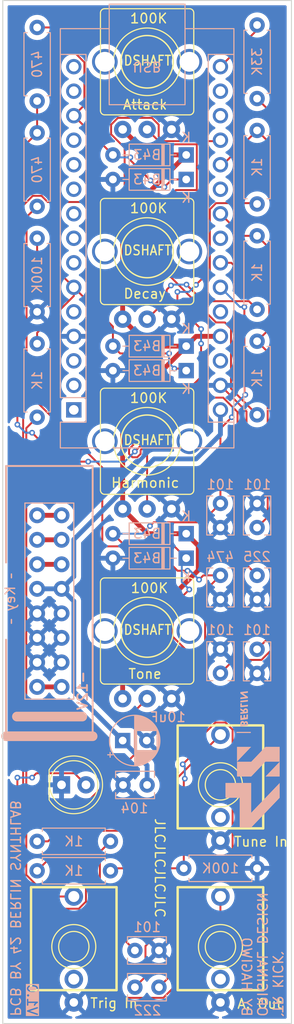
<source format=kicad_pcb>
(kicad_pcb (version 20240108) (generator "pcbnew") (generator_version "8.0")
  (layers (0 "F.Cu" signal) (31 "B.Cu" signal) (34 "B.Paste" user) (35 "F.Paste" user) (36 "B.SilkS" user "B.Silkscreen") (37 "F.SilkS" user "F.Silkscreen") (38 "B.Mask" user) (39 "F.Mask" user) (44 "Edge.Cuts" user))
  (net 0 "")
  (net 2 "+12V")
  (net 5 "A0")
  (net 6 "D10")
  (net 7 "D3")
  (net 8 "D13")
  (net 11 "A1")
  (net 12 "GND")
  (net 16 "+5V")
  (net 22 "A6")
  (net 23 "A3")
  (net 28 "A5")
  (net 30 "Net-(Attack1-Pad2)")
  (net 31 "Net-(C8-Pad1)")
  (net 32 "Net-(C10-Pad1)")
  (net 33 "Net-(C10-Pad2)")
  (net 34 "Net-(D7-A)")
  (net 35 "Net-(Decay1-Pad2)")
  (net 36 "Net-(Harmonic1-Pad2)")
  (net 38 "Net-(J1-PadT)")
  (net 39 "Net-(J2-P16)")
  (net 40 "Net-(J2-P1)")
  (net 41 "Net-(J2-P3)")
  (net 42 "Net-(J2-P6)")
  (net 44 "Net-(J4-PadT)")
  (net 46 "Net-(R1-Pad1)")
  (footprint "Library:EighthInch_PJ398SM_T_TN_S" (layer "F.Cu") (at 58.42 148.844 -90)
    (property "Reference" "J4" (hide yes))
    (property "Value" "Trig In")
  )
  (footprint "Library:Pot_9mm_DShaft_RemovedPins4_5" (layer "F.Cu") (at 66.039837 76.807757 180)
    (property "Reference" "Decay")
    (property "Value" "100K")
  )
  (footprint "Library:Pot_9mm_DShaft_RemovedPins4_5" (layer "F.Cu") (at 66.039837 96.467357 180)
    (property "Reference" "Harmonic")
    (property "Value" "100K")
  )
  (footprint "Library:Pot_9mm_DShaft_RemovedPins4_5" (layer "F.Cu") (at 66.039837 116.126957 180)
    (property "Reference" "Tone")
    (property "Value" "100K")
  )
  (footprint "Library:Pot_9mm_DShaft_RemovedPins4_5" (layer "F.Cu") (at 66.04 57.15 180)
    (property "Reference" "Attack")
    (property "Value" "100K")
  )
  (footprint "Library:EighthInch_PJ398SM_T_TN_S" (layer "F.Cu") (at 73.66 132.08 -90)
    (property "Reference" "J1" (hide yes))
    (property "Value" "Tune In")
  )
  (footprint "Library:EighthInch_PJ398SM_T_TN_S" (layer "F.Cu") (at 73.66 148.844 -90)
    (property "Reference" "J3" (hide yes))
    (property "Value" "A. Out")
  )
  (footprint "LED_THT:LED_D5.0mm" (layer "F.Cu") (at 57.145 132.0673)
    (property "Reference" "D7" (hide yes))
    (property "Value" "LED")
  )
  (footprint "Capacitor_THT:C_Disc_D3.8mm_W2.6mm_P2.50mm" (layer "B.Cu") (at 64.77 153.035)
    (property "Reference" "C10" (hide yes))
    (property "Value" "222")
  )
  (footprint "Module:Arduino_Nano" (layer "B.Cu") (at 58.42 93.218)
    (property "Reference" "A1" (hide yes))
    (property "Value" "Arduino_Nano_v3.x")
  )
  (footprint "Capacitor_THT:CP_Radial_D5.0mm_P2.50mm" (layer "B.Cu") (at 63.5 127.478896)
    (property "Reference" "C7" (hide yes))
    (property "Value" "10uF")
  )
  (footprint "Capacitor_THT:C_Disc_D3.8mm_W2.6mm_P2.50mm" (layer "B.Cu") (at 64.77 149.225)
    (property "Reference" "C1" (hide yes))
    (property "Value" "101")
  )
  (footprint "Capacitor_THT:C_Disc_D3.8mm_W2.6mm_P2.50mm" (layer "B.Cu") (at 73.66 120.503 90)
    (property "Reference" "C2" (hide yes))
    (property "Value" "101")
  )
  (footprint "Resistor_THT:R_Axial_DIN0207_L6.3mm_D2.5mm_P7.62mm_Horizontal" (layer "B.Cu") (at 77.47 82.804 90)
    (property "Reference" "R4" (hide yes))
    (property "Value" "1K")
  )
  (footprint "Capacitor_THT:C_Disc_D3.8mm_W2.6mm_P2.50mm" (layer "B.Cu") (at 73.66 110.363 -90)
    (property "Reference" "C9" (hide yes))
    (property "Value" "474")
  )
  (footprint "Resistor_THT:R_Axial_DIN0207_L6.3mm_D2.5mm_P7.62mm_Horizontal" (layer "B.Cu") (at 54.61 137.922)
    (property "Reference" "R1" (hide yes))
    (property "Value" "1K")
  )
  (footprint "Resistor_THT:R_Axial_DIN0207_L6.3mm_D2.5mm_P7.62mm_Horizontal" (layer "B.Cu") (at 54.61 53.594 -90)
    (property "Reference" "R9" (hide yes))
    (property "Value" "470")
  )
  (footprint "Diode_THT:D_DO-35_SOD27_P7.62mm_Horizontal" (layer "B.Cu") (at 70.104 108.585 180)
    (property "Reference" "D2" (hide yes))
    (property "Value" "B43")
  )
  (footprint "Capacitor_THT:C_Disc_D3.8mm_W2.6mm_P2.50mm" (layer "B.Cu") (at 66.038299 132.08 180)
    (property "Reference" "C6" (hide yes))
    (property "Value" "104")
  )
  (footprint "Capacitor_THT:C_Disc_D3.8mm_W2.6mm_P2.50mm" (layer "B.Cu") (at 77.47 105.41 90)
    (property "Reference" "C3" (hide yes))
    (property "Value" "101")
  )
  (footprint "Resistor_THT:R_Axial_DIN0207_L6.3mm_D2.5mm_P7.62mm_Horizontal" (layer "B.Cu") (at 77.47 60.96 90)
    (property "Reference" "R7" (hide yes))
    (property "Value" "33K")
  )
  (footprint "Capacitor_THT:C_Disc_D3.8mm_W2.6mm_P2.50mm" (layer "B.Cu") (at 73.66 102.91 -90)
    (property "Reference" "C5" (hide yes))
    (property "Value" "101")
  )
  (footprint "Resistor_THT:R_Axial_DIN0207_L6.3mm_D2.5mm_P7.62mm_Horizontal" (layer "B.Cu") (at 54.61 64.516 -90)
    (property "Reference" "R11" (hide yes))
    (property "Value" "470")
  )
  (footprint "Resistor_THT:R_Axial_DIN0207_L6.3mm_D2.5mm_P7.62mm_Horizontal" (layer "B.Cu") (at 54.61 83.058 90)
    (property "Reference" "R8" (hide yes))
    (property "Value" "100K")
  )
  (footprint "Capacitor_THT:C_Disc_D3.8mm_W2.6mm_P2.50mm" (layer "B.Cu") (at 77.47 110.363 -90)
    (property "Reference" "C8" (hide yes))
    (property "Value" "225")
  )
  (footprint "Resistor_THT:R_Axial_DIN0207_L6.3mm_D2.5mm_P7.62mm_Horizontal" (layer "B.Cu") (at 77.47 71.882 90)
    (property "Reference" "R2" (hide yes))
    (property "Value" "1K")
  )
  (footprint "Capacitor_THT:C_Disc_D3.8mm_W2.6mm_P2.50mm" (layer "B.Cu") (at 77.47 118.023 -90)
    (property "Reference" "C4" (hide yes))
    (property "Value" "101")
  )
  (footprint "Resistor_THT:R_Axial_DIN0207_L6.3mm_D2.5mm_P7.62mm_Horizontal" (layer "B.Cu") (at 77.47 93.726 90)
    (property "Reference" "R3" (hide yes))
    (property "Value" "1K")
  )
  (footprint "Resistor_THT:R_Axial_DIN0207_L6.3mm_D2.5mm_P7.62mm_Horizontal" (layer "B.Cu") (at 69.85 140.716)
    (property "Reference" "R6" (hide yes))
    (property "Value" "100K")
  )
  (footprint "Diode_THT:D_DO-35_SOD27_P7.62mm_Horizontal" (layer "B.Cu") (at 70.104 66.802 180)
    (property "Reference" "D3" (hide yes))
    (property "Value" "B43")
  )
  (footprint "Diode_THT:D_DO-35_SOD27_P7.62mm_Horizontal" (layer "B.Cu") (at 70.104 106.045 180)
    (property "Reference" "D1" (hide yes))
    (property "Value" "B43")
  )
  (footprint "PCM_4ms_Connector:Pins_2x08_2.54mm_TH_EuroPower_Shrouded" (layer "B.Cu") (at 55.88 113.03 180)
    (property "Reference" "J2" (hide yes))
    (property "Value" "Eurorack_Power_16pin_Shrouded" (hide yes))
  )
  (footprint "Resistor_THT:R_Axial_DIN0207_L6.3mm_D2.5mm_P7.62mm_Horizontal" (layer "B.Cu") (at 54.61 140.97)
    (property "Reference" "R5" (hide yes))
    (property "Value" "1K")
  )
  (footprint "Diode_THT:D_DO-35_SOD27_P7.62mm_Horizontal" (layer "B.Cu") (at 70.104 69.342 180)
    (property "Reference" "D4" (hide yes))
    (property "Value" "B43")
  )
  (footprint "Resistor_THT:R_Axial_DIN0207_L6.3mm_D2.5mm_P7.62mm_Horizontal" (layer "B.Cu") (at 54.61 86.36 -90)
    (property "Reference" "R10" (hide yes))
    (property "Value" "1K")
  )
  (footprint "Diode_THT:D_DO-35_SOD27_P7.62mm_Horizontal" (layer "B.Cu") (at 70.104 89.148 180)
    (property "Reference" "D6" (hide yes))
    (property "Value" "B43")
  )
  (footprint "Diode_THT:D_DO-35_SOD27_P7.62mm_Horizontal" (layer "B.Cu") (at 70.104 86.614 180)
    (property "Reference" "D5" (hide yes))
    (property "Value" "B43")
  )
  (gr_poly (pts (xy 78.338811 128.129483) (xy 76.859459 129.669699) (xy 75.380108 129.669699) (xy 75.380108 131.209193) (xy 76.859459 131.209193) (xy 78.338811 129.669699) (xy 79.818163 129.669699) (xy 79.818163 128.129483)) (fill solid) (layer "B.SilkS"))
  (gr_poly (pts (xy 75.332904 126.577622) (xy 75.332904 126.695336) (xy 76.817335 126.695336) (xy 76.817335 126.577622)) (fill solid) (layer "B.SilkS"))
  (gr_poly (pts (xy 76.51631 125.668909) (xy 76.515798 125.65856) (xy 76.514988 125.647982) (xy 76.513824 125.637229) (xy 76.512253 125.626355) (xy 76.51022 125.615416) (xy 76.507671 125.604465) (xy 76.504551 125.593557) (xy 76.500807 125.582745) (xy 76.496385 125.572086) (xy 76.491229 125.561632) (xy 76.485285 125.55144) (xy 76.4785 125.541561) (xy 76.474775 125.536757) (xy 76.470819 125.532053) (xy 76.466626 125.527454) (xy 76.462188 125.522967) (xy 76.456802 125.517987) (xy 76.450994 125.513151) (xy 76.444766 125.508485) (xy 76.438122 125.504013) (xy 76.431065 125.499758) (xy 76.423599 125.495747) (xy 76.415726 125.492002) (xy 76.40745 125.488548) (xy 76.398773 125.485409) (xy 76.3897 125.48261) (xy 76.380233 125.480175) (xy 76.370376 125.478128) (xy 76.360131 125.476494) (xy 76.349503 125.475297) (xy 76.338494 125.47456) (xy 76.327107 125.474309) (xy 76.317703 125.474453) (xy 76.30855 125.474882) (xy 76.299643 125.475593) (xy 76.290979 125.476584) (xy 76.282553 125.477851) (xy 76.274361 125.479391) (xy 76.266398 125.481201) (xy 76.258661 125.483279) (xy 76.251146 125.485621) (xy 76.243847 125.488224) (xy 76.236761 125.491085) (xy 76.229884 125.494201) (xy 76.223212 125.497569) (xy 76.216739 125.501186) (xy 76.210463 125.505049) (xy 76.204378 125.509156) (xy 76.197923 125.513834) (xy 76.191897 125.518605) (xy 76.186283 125.523456) (xy 76.181067 125.528375) (xy 76.176235 125.533351) (xy 76.17177 125.538371) (xy 76.167659 125.543423) (xy 76.163887 125.548495) (xy 76.160438 125.553577) (xy 76.157297 125.558654) (xy 76.15445 125.563716) (xy 76.151882 125.56875) (xy 76.149578 125.573745) (xy 76.147523 125.578688) (xy 76.145702 125.583568) (xy 76.1441 125.588373) (xy 76.142221 125.581273) (xy 76.140134 125.574411) (xy 76.137854 125.567785) (xy 76.135394 125.561394) (xy 76.132768 125.555237) (xy 76.12999 125.549312) (xy 76.127074 125.54362) (xy 76.124034 125.538158) (xy 76.120882 125.532926) (xy 76.117634 125.527922) (xy 76.114303 125.523147) (xy 76.110903 125.518598) (xy 76.107448 125.514274) (xy 76.103951 125.510176) (xy 76.100427 125.5063) (xy 76.096888 125.502647) (xy 76.09018 125.496345) (xy 76.083388 125.490526) (xy 76.076499 125.485181) (xy 76.069497 125.480298) (xy 76.062367 125.475868) (xy 76.055094 125.471879) (xy 76.047665 125.468321) (xy 76.040063 125.465183) (xy 76.032273 125.462453) (xy 76.024282 125.460123) (xy 76.016073 125.458181) (xy 76.007633 125.456615) (xy 75.998945 125.455416) (xy 75.989996 125.454573) (xy 75.980771 125.454075) (xy 75.971253 125.453912) (xy 75.955933 125.45427) (xy 75.941284 125.455313) (xy 75.9273 125.456994) (xy 75.913971 125.459263) (xy 75.901289 125.462073) (xy 75.889245 125.465376) (xy 75.877831 125.469124) (xy 75.867038 125.473269) (xy 75.856858 125.477762) (xy 75.847282 125.482557) (xy 75.838302 125.487604) (xy 75.82991 125.492855) (xy 75.822096 125.498264) (xy 75.814852 125.503781) (xy 75.80817 125.509359) (xy 75.802042 125.51495) (xy 75.796334 125.52062) (xy 75.790916 125.52645) (xy 75.785783 125.532432) (xy 75.780926 125.538559) (xy 75.772011 125.551225) (xy 75.764116 125.564391) (xy 75.757183 125.578005) (xy 75.751154 125.592011) (xy 75.745971 125.606356) (xy 75.741579 125.620984) (xy 75.737918 125.635843) (xy 75.734931 125.650877) (xy 75.732562 125.666032) (xy 75.730752 125.681254) (xy 75.729445 125.696488) (xy 75.728582 125.711681) (xy 75.728107 125.726777) (xy 75.727961 125.741724) (xy 75.727961 126.0216) (xy 75.870304 126.00494) (xy 75.870304 125.83118) (xy 75.870304 125.767918) (xy 75.870511 125.754793) (xy 75.871281 125.740306) (xy 75.871945 125.732723) (xy 75.872833 125.725004) (xy 75.873972 125.717216) (xy 75.875389 125.709428) (xy 75.877113 125.701708) (xy 75.879171 125.694124) (xy 75.88159 125.686744) (xy 75.884399 125.679636) (xy 75.887624 125.672868) (xy 75.891294 125.666508) (xy 75.893304 125.663502) (xy 75.895436 125.660624) (xy 75.897693 125.657882) (xy 75.900078 125.655284) (xy 75.902004 125.653308) (xy 75.904248 125.651211) (xy 75.906822 125.649028) (xy 75.909737 125.646794) (xy 75.913005 125.644542) (xy 75.916638 125.642306) (xy 75.920648 125.640121) (xy 75.922797 125.639058) (xy 75.925045 125.638021) (xy 75.927393 125.637013) (xy 75.929843 125.63604) (xy 75.932396 125.635104) (xy 75.935052 125.634212) (xy 75.937815 125.633366) (xy 75.940685 125.632571) (xy 75.943664 125.631832) (xy 75.946753 125.631152) (xy 75.949954 125.630537) (xy 75.953268 125.629989) (xy 75.956697 125.629514) (xy 75.960242 125.629116) (xy 75.963904 125.628799) (xy 75.967685 125.628567) (xy 75.971587 125.628425) (xy 75.975611 125.628377) (xy 75.978832 125.628422) (xy 75.982219 125.628566) (xy 75.985748 125.628823) (xy 75.989397 125.629208) (xy 75.993144 125.629732) (xy 75.996967 125.630411) (xy 76.000843 125.631257) (xy 76.00475 125.632286) (xy 76.008665 125.633509) (xy 76.012567 125.634942) (xy 76.016432 125.636597) (xy 76.020239 125.638489) (xy 76.023966 125.640632) (xy 76.027589 125.643038) (xy 76.031086 125.645722) (xy 76.034436 125.648697) (xy 76.036815 125.651097) (xy 76.039055 125.653647) (xy 76.041157 125.656335) (xy 76.043129 125.659149) (xy 76.044972 125.662076) (xy 76.046692 125.665106) (xy 76.049778 125.671425) (xy 76.052423 125.678011) (xy 76.054658 125.68477) (xy 76.056519 125.691606) (xy 76.05804 125.698425) (xy 76.059254 125.705132) (xy 76.060196 125.711634) (xy 76.0609 125.717834) (xy 76.061399 125.723639) (xy 76.061921 125.733683) (xy 76.062034 125.741009) (xy 76.062034 125.808637) (xy 75.870304 125.83118) (xy 75.870304 126.00494) (xy 76.196385 125.966774) (xy 76.196385 125.793397) (xy 76.196385 125.757758) (xy 76.196592 125.746368) (xy 76.196892 125.740359) (xy 76.197361 125.734191) (xy 76.198026 125.727903) (xy 76.198914 125.721534) (xy 76.200053 125.715122) (xy 76.201471 125.708704) (xy 76.203195 125.70232) (xy 76.205253 125.696008) (xy 76.207673 125.689806) (xy 76.210482 125.683753) (xy 76.213709 125.677887) (xy 76.217379 125.672246) (xy 76.221523 125.666869) (xy 76.22378 125.664291) (xy 76.226166 125.661793) (xy 76.22943 125.658739) (xy 76.232946 125.655859) (xy 76.236695 125.653157) (xy 76.240655 125.650635) (xy 76.244806 125.648297) (xy 76.249129 125.646145) (xy 76.253603 125.644184) (xy 76.258208 125.642416) (xy 76.262923 125.640844) (xy 76.267729 125.639471) (xy 76.272606 125.638301) (xy 76.277532 125.637337) (xy 76.282488 125.636581) (xy 76.287454 125.636038) (xy 76.292409 125.635709) (xy 76.297334 125.635599) (xy 76.303157 125.635757) (xy 76.308649 125.636213) (xy 76.31382 125.636941) (xy 76.31868 125.637917) (xy 76.323237 125.639115) (xy 76.327501 125.640509) (xy 76.331483 125.642074) (xy 76.335191 125.643785) (xy 76.338635 125.645616) (xy 76.341825 125.647541) (xy 76.34477 125.649535) (xy 76.34748 125.651573) (xy 76.349964 125.653629) (xy 76.352232 125.655678) (xy 76.354294 125.657693) (xy 76.356159 125.659651) (xy 76.357811 125.661651) (xy 76.359364 125.663703) (xy 76.36082 125.665806) (xy 76.362184 125.667957) (xy 76.364645 125.672391) (xy 76.366771 125.676983) (xy 76.368586 125.681713) (xy 76.370114 125.686558) (xy 76.371381 125.691498) (xy 76.372411 125.69651) (xy 76.373227 125.701574) (xy 76.373856 125.706667) (xy 76.37432 125.711768) (xy 76.374645 125.716856) (xy 76.374976 125.726906) (xy 76.375042 125.736645) (xy 76.375042 125.772998) (xy 76.196385 125.793397) (xy 76.196385 125.966774) (xy 76.516655 125.929288) (xy 76.516655 125.688702)) (fill solid) (layer "B.SilkS"))
  (gr_poly (pts (xy 75.728691 123.354045) (xy 75.728691 123.527796) (xy 76.516655 123.435484) (xy 76.516655 123.261732)) (fill solid) (layer "B.SilkS"))
  (gr_poly (pts (xy 76.363421 124.781604) (xy 76.363421 125.074578) (xy 76.21091 125.096405) (xy 76.21091 124.813593) (xy 76.056947 124.83542) (xy 76.056947 125.117439) (xy 75.881925 125.141411) (xy 75.881925 124.843437) (xy 75.727961 124.864471) (xy 75.727961 125.364614) (xy 76.516655 125.254838) (xy 76.516655 124.759856)) (fill solid) (layer "B.SilkS"))
  (gr_poly (pts (xy 76.003932 122.595141) (xy 76.516655 122.534101) (xy 76.516655 122.360429) (xy 75.727961 122.452742) (xy 75.727961 122.603871) (xy 76.243589 122.952804) (xy 75.727961 123.012415) (xy 75.727961 123.186087) (xy 76.516655 123.092345) (xy 76.516655 122.941136)) (fill solid) (layer "B.SilkS"))
  (gr_poly (pts (xy 76.859459 134.949684) (xy 76.859459 131.869244) (xy 74.182538 131.869244) (xy 74.182538 133.40946) (xy 75.661889 133.40946) (xy 75.661889 136.489178) (xy 76.859459 136.489178) (xy 79.818163 133.40946) (xy 79.818163 131.869244)) (fill solid) (layer "B.SilkS"))
  (gr_poly (pts (xy 78.338811 131.209193) (xy 79.818163 131.209193) (xy 79.818163 129.669699)) (fill solid) (layer "B.SilkS"))
  (gr_poly (pts (xy 75.881925 123.844741) (xy 75.881925 123.60995) (xy 75.728691 123.628126) (xy 75.728691 124.03659) (xy 76.516655 123.943564) (xy 76.516655 123.76981)) (fill solid) (layer "B.SilkS"))
  (gr_poly (pts (xy 76.516218 124.365121) (xy 76.515564 124.351739) (xy 76.514523 124.338434) (xy 76.513022 124.325225) (xy 76.510989 124.312133) (xy 76.508352 124.299179) (xy 76.505038 124.286384) (xy 76.500976 124.273766) (xy 76.496092 124.261348) (xy 76.490314 124.249149) (xy 76.48357 124.237191) (xy 76.475788 124.225493) (xy 76.466895 124.214075) (xy 76.456819 124.202959) (xy 76.445487 124.192165) (xy 76.439911 124.187244) (xy 76.433796 124.182332) (xy 76.427129 124.177472) (xy 76.4199 124.172706) (xy 76.412096 124.168077) (xy 76.403705 124.163627) (xy 76.394717 124.159398) (xy 76.385119 124.155435) (xy 76.374901 124.151778) (xy 76.364049 124.14847) (xy 76.352552 124.145555) (xy 76.340399 124.143074) (xy 76.327578 124.141071) (xy 76.314078 124.139587) (xy 76.299886 124.138666) (xy 76.292527 124.138429) (xy 76.284991 124.138349) (xy 76.271153 124.138636) (xy 76.257696 124.139486) (xy 76.244623 124.140879) (xy 76.231941 124.142798) (xy 76.219655 124.145224) (xy 76.20777 124.14814) (xy 76.196291 124.151526) (xy 76.185223 124.155365) (xy 76.174573 124.159638) (xy 76.164345 124.164328) (xy 76.154545 124.169415) (xy 76.145178 124.174882) (xy 76.136249 124.180711) (xy 76.127763 124.186882) (xy 76.119727 124.193379) (xy 76.112144 124.200181) (xy 76.106008 124.206455) (xy 76.100134 124.212996) (xy 76.094525 124.219782) (xy 76.089187 124.226791) (xy 76.084126 124.234001) (xy 76.079347 124.241388) (xy 76.074856 124.248932) (xy 76.070657 124.256608) (xy 76.066755 124.264395) (xy 76.063157 124.27227) (xy 76.059867 124.280211) (xy 76.056891 124.288196) (xy 76.054235 124.296201) (xy 76.051902 124.304205) (xy 76.049899 124.312185) (xy 76.048231 124.320118) (xy 75.727961 124.126047) (xy 75.727961 124.328849) (xy 76.038793 124.510538) (xy 75.727961 124.546893) (xy 75.727961 124.720564) (xy 76.158626 124.670157) (xy 76.158626 124.496728) (xy 76.158626 124.453864) (xy 76.15883 124.442606) (xy 76.159124 124.436563) (xy 76.159579 124.430296) (xy 76.160221 124.423846) (xy 76.161076 124.417251) (xy 76.162169 124.410552) (xy 76.163526 124.403789) (xy 76.165173 124.397) (xy 76.167134 124.390226) (xy 76.169436 124.383505) (xy 76.172104 124.376879) (xy 76.175164 124.370386) (xy 76.17864 124.364067) (xy 76.18256 124.35796) (xy 76.186947 124.352105) (xy 76.189289 124.349306) (xy 76.191685 124.346636) (xy 76.194133 124.344093) (xy 76.19663 124.341674) (xy 76.199175 124.339377) (xy 76.201765 124.337198) (xy 76.207078 124.333186) (xy 76.212552 124.329618) (xy 76.218173 124.326471) (xy 76.223926 124.323725) (xy 76.229795 124.321359) (xy 76.235767 124.31935) (xy 76.241827 124.317679) (xy 76.247958 124.316323) (xy 76.254147 124.315261) (xy 76.260379 124.314472) (xy 76.266638 124.313935) (xy 76.27291 124.313628) (xy 76.279181 124.313531) (xy 76.283891 124.313604) (xy 76.288744 124.313842) (xy 76.293712 124.314273) (xy 76.298766 124.314924) (xy 76.30388 124.315823) (xy 76.309027 124.316996) (xy 76.314177 124.318471) (xy 76.319304 124.320277) (xy 76.324379 124.322439) (xy 76.329377 124.324986) (xy 76.334267 124.327945) (xy 76.336664 124.329588) (xy 76.339024 124.331344) (xy 76.341344 124.333217) (xy 76.343619 124.33521) (xy 76.345848 124.337326) (xy 76.348025 124.33957) (xy 76.350149 124.341944) (xy 76.352214 124.344452) (xy 76.354219 124.347097) (xy 76.356159 124.349883) (xy 76.358885 124.354228) (xy 76.36135 124.358806) (xy 76.363566 124.363611) (xy 76.365545 124.368639) (xy 76.367299 124.373885) (xy 76.368838 124.379342) (xy 76.370175 124.385006) (xy 76.371321 124.390871) (xy 76.372289 124.396932) (xy 76.37309 124.403185) (xy 76.373735 124.409623) (xy 76.374237 124.416243) (xy 76.374607 124.423037) (xy 76.374856 124.430002) (xy 76.375042 124.44442) (xy 76.375042 124.470533) (xy 76.158626 124.496728) (xy 76.158626 124.670157) (xy 76.516655 124.628251) (xy 76.516655 124.392031)) (fill solid) (layer "B.SilkS"))
  (gr_poly (pts (xy 75.380076 128.129562) (xy 75.380076 129.669747) (xy 76.859428 128.129562)) (fill solid) (layer "B.SilkS"))
  (gr_rect (start 51.04 50.8) (end 81.04 156.8) (stroke (width 0.1)) (fill none) (layer "Edge.Cuts"))
  (gr_text "`TR KICK`\nORIGINAL DESIGN\nBY HAGIWO\n" (at 75.787803 156.160475 -90) (layer "B.SilkS") (effects (font (size 1 1)) (justify left bottom mirror)))
  (gr_text "PCB BY 42 BERLIN SYNTHLAB" (at 51.742244 156.144515 -90) (layer "B.SilkS") (effects (font (size 1 1)) (justify left bottom mirror)))
  (gr_text "V1.0" (at 53.49216 156.028451 -90) (layer "B.SilkS" knockout) (effects (font (size 1 1)) (justify left bottom mirror)))
  (gr_text "JLCJLCJLCJLC" (at 66.777776 135.44544 -90) (layer "F.SilkS") (effects (font (size 1 1)) (justify left bottom)))
  (segment (start 57.15 111.76) (end 58.4255 113.0355) (width 0.5) (layer "B.Cu") (net 2))
  (segment (start 57.15 111.76) (end 58.4255 110.4845) (width 0.5) (layer "B.Cu") (net 2))
  (segment (start 66.038299 130.046299) (end 66.038299 132.08) (width 0.5) (layer "B.Cu") (net 2))
  (segment (start 63.5 127.508) (end 66.038299 130.046299) (width 0.5) (layer "B.Cu") (net 2))
  (segment (start 54.61 111.76) (end 57.15 111.76) (width 0.5) (layer "B.Cu") (net 2))
  (segment (start 58.4255 122.404396) (end 63.5 127.478896) (width 0.5) (layer "B.Cu") (net 2))
  (segment (start 58.4255 106.642507) (end 66.770007 98.298) (width 0.5) (layer "B.Cu") (net 2))
  (segment (start 63.5 127.478896) (end 63.5 127.508) (width 0.5) (layer "B.Cu") (net 2))
  (segment (start 58.4255 113.0355) (end 58.4255 122.404396) (width 0.5) (layer "B.Cu") (net 2))
  (segment (start 73.66 95.76565) (end 73.66 93.218) (width 0.5) (layer "B.Cu") (net 2))
  (segment (start 58.4255 110.4845) (end 58.4255 106.642507) (width 0.5) (layer "B.Cu") (net 2))
  (segment (start 66.770007 98.298) (end 71.12765 98.298) (width 0.5) (layer "B.Cu") (net 2))
  (segment (start 71.12765 98.298) (end 73.66 95.76565) (width 0.5) (layer "B.Cu") (net 2))
  (segment (start 66.537924 62.960543) (end 67.241863 63.664482) (width 0.2) (layer "F.Cu") (net 5))
  (segment (start 63.701635 71.680365) (end 63.701635 66.063176) (width 0.2) (layer "F.Cu") (net 5))
  (segment (start 67.241863 64.901495) (end 67.715368 65.375) (width 0.2) (layer "F.Cu") (net 5))
  (segment (start 55.71 71.680365) (end 63.701635 71.680365) (width 0.2) (layer "F.Cu") (net 5))
  (segment (start 59.6852 144.161063) (end 58.944063 144.9022) (width 0.2) (layer "F.Cu") (net 5))
  (segment (start 56.524117 144.9022) (end 53.1575 141.535583) (width 0.2) (layer "F.Cu") (net 5))
  (segment (start 67.715368 65.375) (end 73.563 65.375) (width 0.2) (layer "F.Cu") (net 5))
  (segment (start 61.13 145.585) (end 61.13 139.022) (width 0.2) (layer "F.Cu") (net 5))
  (segment (start 67.241863 63.664482) (end 67.241863 64.901495) (width 0.2) (layer "F.Cu") (net 5))
  (segment (start 55.065635 71.036) (end 55.71 71.680365) (width 0.2) (layer "F.Cu") (net 5))
  (segment (start 62.23 137.922) (end 59.6852 140.4668) (width 0.2) (layer "F.Cu") (net 5))
  (segment (start 53.1575 72.032865) (end 54.154365 71.036) (width 0.2) (layer "F.Cu") (net 5))
  (segment (start 62.298463 63.664482) (end 63.002402 62.960543) (width 0.2) (layer "F.Cu") (net 5))
  (segment (start 58.944063 144.9022) (end 56.524117 144.9022) (width 0.2) (layer "F.Cu") (net 5))
  (segment (start 62.298463 64.660004) (end 62.298463 63.664482) (width 0.2) (layer "F.Cu") (net 5))
  (segment (start 63.002402 62.960543) (end 66.537924 62.960543) (width 0.2) (layer "F.Cu") (net 5))
  (segment (start 54.154365 71.036) (end 55.065635 71.036) (width 0.2) (layer "F.Cu") (net 5))
  (segment (start 73.563 65.375) (end 73.66 65.278) (width 0.2) (layer "F.Cu") (net 5))
  (segment (start 59.6852 140.4668) (end 59.6852 144.161063) (width 0.2) (layer "F.Cu") (net 5))
  (segment (start 53.1575 141.535583) (end 53.1575 72.032865) (width 0.2) (layer "F.Cu") (net 5))
  (segment (start 64.77 149.225) (end 61.13 145.585) (width 0.2) (layer "F.Cu") (net 5))
  (segment (start 63.701635 66.063176) (end 62.298463 64.660004) (width 0.2) (layer "F.Cu") (net 5))
  (segment (start 61.13 139.022) (end 62.23 137.922) (width 0.2) (layer "F.Cu") (net 5))
  (segment (start 55.911635 53.594) (end 59.52 57.202365) (width 0.2) (layer "F.Cu") (net 6))
  (segment (start 64.301635 67.349635) (end 64.301635 67.056) (width 0.2) (layer "F.Cu") (net 6))
  (segment (start 59.52 61.638) (end 58.42 62.738) (width 0.2) (layer "F.Cu") (net 6))
  (segment (start 58.42 62.738) (end 62.484 66.802) (width 0.2) (layer "F.Cu") (net 6))
  (segment (start 66.398669 69.446669) (end 64.301635 67.349635) (width 0.2) (layer "F.Cu") (net 6))
  (segment (start 54.61 53.594) (end 55.911635 53.594) (width 0.2) (layer "F.Cu") (net 6))
  (segment (start 70.104 69.342) (end 68.624662 69.342) (width 0.2) (layer "F.Cu") (net 6))
  (segment (start 68.624662 69.342) (end 67.840331 70.126331) (width 0.2) (layer "F.Cu") (net 6))
  (segment (start 59.52 57.202365) (end 59.52 61.638) (width 0.2) (layer "F.Cu") (net 6))
  (via (at 67.840331 70.126331) (size 0.6) (drill 0.3) (layers "F.Cu" "B.Cu") (net 6))
  (via (at 66.398669 69.446669) (size 0.6) (drill 0.3) (layers "F.Cu" "B.Cu") (net 6))
  (via (at 64.301635 67.056) (size 0.6) (drill 0.3) (layers "F.Cu" "B.Cu") (net 6))
  (segment (start 64.301635 67.056) (end 62.738 67.056) (width 0.2) (layer "B.Cu") (net 6))
  (segment (start 62.738 67.056) (end 62.484 66.802) (width 0.2) (layer "B.Cu") (net 6))
  (segment (start 67.078331 70.126331) (end 66.398669 69.446669) (width 0.2) (layer "B.Cu") (net 6))
  (segment (start 67.840331 70.126331) (end 67.078331 70.126331) (width 0.2) (layer "B.Cu") (net 6))
  (segment (start 58.42 80.518) (end 62.484 84.582) (width 0.2) (layer "F.Cu") (net 7))
  (segment (start 69.895331 88.939331) (end 70.104 89.148) (width 0.2) (layer "F.Cu") (net 7))
  (segment (start 58.42 80.518) (end 54.61 76.708) (width 0.2) (layer "F.Cu") (net 7))
  (segment (start 68.873331 88.939331) (end 69.895331 88.939331) (width 0.2) (layer "F.Cu") (net 7))
  (segment (start 54.61 76.708) (end 54.61 75.438) (width 0.2) (layer "F.Cu") (net 7))
  (segment (start 58.42 81.41863) (end 58.42 80.518) (width 0.2) (layer "F.Cu") (net 7))
  (segment (start 54.61 85.22863) (end 58.42 81.41863) (width 0.2) (layer "F.Cu") (net 7))
  (segment (start 54.61 86.36) (end 54.61 85.22863) (width 0.2) (layer "F.Cu") (net 7))
  (segment (start 63.240669 87.370669) (end 68.320669 87.370669) (width 0.2) (layer "F.Cu") (net 7))
  (segment (start 62.484 86.614) (end 63.240669 87.370669) (width 0.2) (layer "F.Cu") (net 7))
  (segment (start 62.484 84.582) (end 62.484 86.614) (width 0.2) (layer "F.Cu") (net 7))
  (via (at 68.873331 88.939331) (size 0.6) (drill 0.3) (layers "F.Cu" "B.Cu") (net 7))
  (via (at 68.320669 87.370669) (size 0.6) (drill 0.3) (layers "F.Cu" "B.Cu") (net 7))
  (segment (start 68.320669 88.386669) (end 68.873331 88.939331) (width 0.2) (layer "B.Cu") (net 7))
  (segment (start 68.320669 87.370669) (end 68.320669 88.386669) (width 0.2) (layer "B.Cu") (net 7))
  (segment (start 77.47 53.848) (end 77.47 53.34) (width 0.2) (layer "F.Cu") (net 8))
  (segment (start 73.66 57.658) (end 77.47 53.848) (width 0.2) (layer "F.Cu") (net 8))
  (segment (start 79.394 117.654635) (end 79.394 66.186) (width 0.2) (layer "F.Cu") (net 11))
  (segment (start 77.925635 119.123) (end 79.394 117.654635) (width 0.2) (layer "F.Cu") (net 11))
  (segment (start 73.914 67.818) (end 73.66 67.818) (width 0.2) (layer "F.Cu") (net 11))
  (segment (start 73.66 120.503) (end 75.04 119.123) (width 0.2) (layer "F.Cu") (net 11))
  (segment (start 75.04 119.123) (end 77.925635 119.123) (width 0.2) (layer "F.Cu") (net 11))
  (segment (start 79.394 66.186) (end 77.47 64.262) (width 0.2) (layer "F.Cu") (net 11))
  (segment (start 77.47 64.262) (end 73.914 67.818) (width 0.2) (layer "F.Cu") (net 11))
  (segment (start 77.47 102.91) (end 76.37 101.81) (width 0.2) (layer "F.Cu") (net 12))
  (segment (start 76.37 101.81) (end 76.37 93.388) (width 0.2) (layer "F.Cu") (net 12))
  (segment (start 76.37 93.388) (end 73.66 90.678) (width 0.2) (layer "F.Cu") (net 12))
  (segment (start 71.354 109.835) (end 71.354 107.295) (width 0.5) (layer "F.Cu") (net 16))
  (segment (start 73.66 85.598) (end 71.12 85.598) (width 0.5) (layer "F.Cu") (net 16))
  (segment (start 63.5 83.82) (end 63.5 73.406) (width 0.5) (layer "F.Cu") (net 16))
  (segment (start 63.5 93.252) (end 70.104 86.648) (width 0.5) (layer "F.Cu") (net 16))
  (segment (start 70.104 86.648) (end 70.104 86.614) (width 0.5) (layer "F.Cu") (net 16))
  (segment (start 70.104 66.802) (end 66.13992 66.802) (width 0.5) (layer "F.Cu") (net 16))
  (segment (start 63.5 123.1392) (end 63.5 117.689) (width 0.5) (layer "F.Cu") (net 16))
  (segment (start 66.294 86.614) (end 63.5 83.82) (width 0.5) (layer "F.Cu") (net 16))
  (segment (start 63.5 103.4796) (end 63.5 93.252) (width 0.5) (layer "F.Cu") (net 16))
  (segment (start 71.354 107.295) (end 70.104 106.045) (width 0.5) (layer "F.Cu") (net 16))
  (segment (start 66.0654 106.045) (end 63.5 103.4796) (width 0.5) (layer "F.Cu") (net 16))
  (segment (start 66.13992 66.802) (end 63.500163 64.162243) (width 0.5) (layer "F.Cu") (net 16))
  (segment (start 70.104 86.614) (end 66.294 86.614) (width 0.5) (layer "F.Cu") (net 16))
  (segment (start 71.12 85.598) (end 70.104 86.614) (width 0.5) (layer "F.Cu") (net 16))
  (segment (start 63.5 117.689) (end 71.354 109.835) (width 0.5) (layer "F.Cu") (net 16))
  (segment (start 70.104 106.045) (end 66.0654 106.045) (width 0.5) (layer "F.Cu") (net 16))
  (segment (start 63.5 73.406) (end 70.104 66.802) (width 0.5) (layer "F.Cu") (net 16))
  (segment (start 66.71949 104.86951) (end 66.335031 105.253969) (width 0.2) (layer "F.Cu") (net 22))
  (segment (start 62.484 140.716) (end 62.23 140.97) (width 0.2) (layer "F.Cu") (net 22))
  (segment (start 71.70049 104.86951) (end 66.71949 104.86951) (width 0.2) (layer "F.Cu") (net 22))
  (segment (start 71.7407 127.94377) (end 71.7407 119.745418) (width 0.2) (layer "F.Cu") (net 22))
  (segment (start 68.70679 116.711508) (end 68.70679 113.542872) (width 0.2) (layer "F.Cu") (net 22))
  (segment (start 68.70679 113.542872) (end 70.423831 111.825831) (width 0.2) (layer "F.Cu") (net 22))
  (segment (start 71.7407 119.745418) (end 68.70679 116.711508) (width 0.2) (layer "F.Cu") (net 22))
  (segment (start 63.47 107.031) (end 62.484 106.045) (width 0.2) (layer "F.Cu") (net 22))
  (segment (start 73.66 102.91) (end 71.70049 104.86951) (width 0.2) (layer "F.Cu") (net 22))
  (segment (start 73.66 102.91) (end 73.66 95.158) (width 0.2) (layer "F.Cu") (net 22))
  (segment (start 69.85 140.716) (end 69.85 131.53153) (width 0.2) (layer "F.Cu") (net 22))
  (segment (start 68.55 107.031) (end 63.47 107.031) (width 0.2) (layer "F.Cu") (net 22))
  (segment (start 69.85 131.53153) (end 69.956765 131.424765) (width 0.2) (layer "F.Cu") (net 22))
  (segment (start 70.104 108.585) (end 68.55 107.031) (width 0.2) (layer "F.Cu") (net 22))
  (segment (start 73.66 95.158) (end 74.838 93.98) (width 0.2) (layer "F.Cu") (net 22))
  (segment (start 76.148773 91.556243) (end 76.148773 82.558) (width 0.2) (layer "F.Cu") (net 22))
  (segment (start 76.243265 91.650735) (end 76.148773 91.556243) (width 0.2) (layer "F.Cu") (net 22))
  (segment (start 69.85 140.716) (end 62.484 140.716) (width 0.2) (layer "F.Cu") (net 22))
  (segment (start 69.743235 129.941235) (end 71.7407 127.94377) (width 0.2) (layer "F.Cu") (net 22))
  (via (at 74.838 93.98) (size 0.6) (drill 0.3) (layers "F.Cu" "B.Cu") (net 22))
  (via (at 76.148773 82.558) (size 0.6) (drill 0.3) (layers "F.Cu" "B.Cu") (net 22))
  (via (at 70.423831 111.825831) (size 0.6) (drill 0.3) (layers "F.Cu" "B.Cu") (net 22))
  (via (at 66.335031 105.253969) (size 0.6) (drill 0.3) (layers "F.Cu" "B.Cu") (net 22))
  (via (at 76.243265 91.650735) (size 0.6) (drill 0.3) (layers "F.Cu" "B.Cu") (net 22))
  (via (at 69.743235 129.941235) (size 0.6) (drill 0.3) (layers "F.Cu" "B.Cu") (net 22))
  (via (at 69.956765 131.424765) (size 0.6) (drill 0.3) (layers "F.Cu" "B.Cu") (net 22))
  (segment (start 75.7 82.558) (end 73.66 80.518) (width 0.2) (layer "B.Cu") (net 22))
  (segment (start 74.93 92.964) (end 76.243265 91.650735) (width 0.2) (layer "B.Cu") (net 22))
  (segment (start 69.956765 131.424765) (end 69.956765 130.154765) (width 0.2) (layer "B.Cu") (net 22))
  (segment (start 69.643339 111.045339) (end 69.643339 109.045661) (width 0.2) (layer "B.Cu") (net 22))
  (segment (start 65.544 106.045) (end 62.484 106.045) (width 0.2) (layer "B.Cu") (net 22))
  (segment (start 70.423831 111.825831) (end 69.643339 111.045339) (width 0.2) (layer "B.Cu") (net 22))
  (segment (start 69.643339 109.045661) (end 70.104 108.585) (width 0.2) (layer "B.Cu") (net 22))
  (segment (start 74.838 93.98) (end 74.93 93.888) (width 0.2) (layer "B.Cu") (net 22))
  (segment (start 76.148773 82.558) (end 75.7 82.558) (width 0.2) (layer "B.Cu") (net 22))
  (segment (start 66.335031 105.253969) (end 65.544 106.045) (width 0.2) (layer "B.Cu") (net 22))
  (segment (start 74.93 93.888) (end 74.93 92.964) (width 0.2) (layer "B.Cu") (net 22))
  (segment (start 69.956765 130.154765) (end 69.743235 129.941235) (width 0.2) (layer "B.Cu") (net 22))
  (segment (start 79.067 116.426) (end 79.067 76.781) (width 0.2) (layer "F.Cu") (net 23))
  (segment (start 77.47 75.184) (end 75.946 75.184) (width 0.2) (layer "F.Cu") (net 23))
  (segment (start 75.946 75.184) (end 73.66 72.898) (width 0.2) (layer "F.Cu") (net 23))
  (segment (start 79.067 76.781) (end 77.47 75.184) (width 0.2) (layer "F.Cu") (net 23))
  (segment (start 77.47 118.023) (end 79.067 116.426) (width 0.2) (layer "F.Cu") (net 23))
  (segment (start 78.57 87.206) (end 78.57 104.31) (width 0.2) (layer "F.Cu") (net 28))
  (segment (start 78.57 104.31) (end 77.47 105.41) (width 0.2) (layer "F.Cu") (net 28))
  (segment (start 78.74 81.92663) (end 74.79137 77.978) (width 0.2) (layer "F.Cu") (net 28))
  (segment (start 77.47 86.106) (end 78.57 87.206) (width 0.2) (layer "F.Cu") (net 28))
  (segment (start 77.47 86.106) (end 78.74 84.836) (width 0.2) (layer "F.Cu") (net 28))
  (segment (start 78.74 84.836) (end 78.74 81.92663) (width 0.2) (layer "F.Cu") (net 28))
  (segment (start 74.79137 77.978) (end 73.66 77.978) (width 0.2) (layer "F.Cu") (net 28))
  (segment (start 71.204 70.442) (end 71.204 65.702) (width 0.2) (layer "F.Cu") (net 30))
  (segment (start 69.035635 70.442) (end 71.204 70.442) (width 0.2) (layer "F.Cu") (net 30))
  (segment (start 71.204 65.702) (end 67.57992 65.702) (width 0.2) (layer "F.Cu") (net 30))
  (segment (start 77.47 93.726) (end 74.76 91.016) (width 0.2) (layer "F.Cu") (net 30))
  (segment (start 73.204365 84.158) (end 64.262 75.215635) (width 0.2) (layer "F.Cu") (net 30))
  (segment (start 64.262 75.215635) (end 69.035635 70.442) (width 0.2) (layer "F.Cu") (net 30))
  (segment (start 67.57992 65.702) (end 66.040163 64.162243) (width 0.2) (layer "F.Cu") (net 30))
  (segment (start 74.76 84.802365) (end 74.115635 84.158) (width 0.2) (layer "F.Cu") (net 30))
  (segment (start 74.115635 84.158) (end 73.204365 84.158) (width 0.2) (layer "F.Cu") (net 30))
  (segment (start 74.76 91.016) (end 74.76 84.802365) (width 0.2) (layer "F.Cu") (net 30))
  (segment (start 73.945635 91.948) (end 75.438 93.440365) (width 0.2) (layer "F.Cu") (net 31))
  (segment (start 52.5575 66.5685) (end 54.61 64.516) (width 0.2) (layer "F.Cu") (net 31))
  (segment (start 75.438 108.331) (end 77.47 110.363) (width 0.2) (layer "F.Cu") (net 31))
  (segment (start 75.438 93.440365) (end 75.438 108.331) (width 0.2) (layer "F.Cu") (net 31))
  (segment (start 59.916553 98.579447) (end 57.080239 98.579447) (width 0.2) (layer "F.Cu") (net 31))
  (segment (start 57.080239 98.579447) (end 54.0845 95.583708) (width 0.2) (layer "F.Cu") (net 31))
  (segment (start 54.61 61.214) (end 54.61 64.516) (width 0.2) (layer "F.Cu") (net 31))
  (segment (start 70.346 91.948) (end 73.945635 91.948) (width 0.2) (layer "F.Cu") (net 31))
  (segment (start 64.764 97.53) (end 70.346 91.948) (width 0.2) (layer "F.Cu") (net 31))
  (segment (start 52.5575 94.742) (end 52.5575 66.5685) (width 0.2) (layer "F.Cu") (net 31))
  (via (at 54.0845 95.583708) (size 0.6) (drill 0.3) (layers "F.Cu" "B.Cu") (net 31))
  (via (at 52.5575 94.742) (size 0.6) (drill 0.3) (layers "F.Cu" "B.Cu") (net 31))
  (via (at 64.764 97.53) (size 0.6) (drill 0.3) (layers "F.Cu" "B.Cu") (net 31))
  (via (at 59.916553 98.579447) (size 0.6) (drill 0.3) (layers "F.Cu" "B.Cu") (net 31))
  (segment (start 54.0845 95.583708) (end 53.399208 95.583708) (width 0.2) (layer "B.Cu") (net 31))
  (segment (start 53.399208 95.583708) (end 52.5575 94.742) (width 0.2) (layer "B.Cu") (net 31))
  (segment (start 64.764 97.53) (end 63.714553 98.579447) (width 0.2) (layer "B.Cu") (net 31))
  (segment (start 63.714553 98.579447) (end 59.916553 98.579447) (width 0.2) (layer "B.Cu") (net 31))
  (segment (start 65.87 148.769365) (end 65.87 151.935) (width 0.2) (layer "F.Cu") (net 32))
  (segment (start 74.9252 126.348937) (end 74.9252 139.714165) (width 0.2) (layer "F.Cu") (net 32))
  (segment (start 71.439831 110.809831) (end 71.886662 110.363) (width 0.2) (layer "F.Cu") (net 32))
  (segment (start 69.204 109.885) (end 70.243339 109.885) (width 0.2) (layer "F.Cu") (net 32))
  (segment (start 66.677 107.358) (end 69.204 109.885) (width 0.2) (layer "F.Cu") (net 32))
  (segment (start 65.87 151.935) (end 64.77 153.035) (width 0.2) (layer "F.Cu") (net 32))
  (segment (start 74.184063 125.6078) (end 74.9252 126.348937) (width 0.2) (layer "F.Cu") (net 32))
  (segment (start 53.51 91.324365) (end 61.384 99.198365) (width 0.2) (layer "F.Cu") (net 32))
  (segment (start 61.384 99.198365) (end 61.384 107.358) (width 0.2) (layer "F.Cu") (net 32))
  (segment (start 54.61 72.136) (end 53.51 73.236) (width 0.2) (layer "F.Cu") (net 32))
  (segment (start 73.135937 125.6078) (end 74.184063 125.6078) (width 0.2) (layer "F.Cu") (net 32))
  (segment (start 61.384 107.358) (end 66.677 107.358) (width 0.2) (layer "F.Cu") (net 32))
  (segment (start 53.51 73.236) (end 53.51 91.324365) (width 0.2) (layer "F.Cu") (net 32))
  (segment (start 74.9252 139.714165) (end 65.87 148.769365) (width 0.2) (layer "F.Cu") (net 32))
  (segment (start 72.0677 126.676037) (end 73.135937 125.6078) (width 0.2) (layer "F.Cu") (net 32))
  (segment (start 73.66 110.363) (end 72.0677 111.9553) (width 0.2) (layer "F.Cu") (net 32))
  (segment (start 72.0677 111.9553) (end 72.0677 126.676037) (width 0.2) (layer "F.Cu") (net 32))
  (segment (start 71.886662 110.363) (end 73.66 110.363) (width 0.2) (layer "F.Cu") (net 32))
  (via (at 71.439831 110.809831) (size 0.6) (drill 0.3) (layers "F.Cu" "B.Cu") (net 32))
  (via (at 70.243339 109.885) (size 0.6) (drill 0.3) (layers "F.Cu" "B.Cu") (net 32))
  (segment (start 70.515 109.885) (end 71.439831 110.809831) (width 0.2) (layer "B.Cu") (net 32))
  (segment (start 70.243339 109.885) (end 70.515 109.885) (width 0.2) (layer "B.Cu") (net 32))
  (segment (start 67.27 153.035) (end 73.66 146.645) (width 0.2) (layer "F.Cu") (net 33))
  (segment (start 73.66 146.645) (end 73.66 143.637) (width 0.2) (layer "F.Cu") (net 33))
  (segment (start 54.0845 131.318) (end 54.5352 130.8673) (width 0.2) (layer "F.Cu") (net 34))
  (segment (start 63.457 154.135) (end 52.5575 143.2355) (width 0.2) (layer "F.Cu") (net 34))
  (segment (start 54.5352 130.8673) (end 58.485 130.8673) (width 0.2) (layer "F.Cu") (net 34))
  (segment (start 79.721 142.139635) (end 67.725635 154.135) (width 0.2) (layer "F.Cu") (net 34))
  (segment (start 77.47 60.96) (end 79.721 63.211) (width 0.2) (layer "F.Cu") (net 34))
  (segment (start 79.721 63.211) (end 79.721 142.139635) (width 0.2) (layer "F.Cu") (net 34))
  (segment (start 67.725635 154.135) (end 63.457 154.135) (width 0.2) (layer "F.Cu") (net 34))
  (segment (start 58.485 130.8673) (end 59.685 132.0673) (width 0.2) (layer "F.Cu") (net 34))
  (segment (start 52.5575 143.2355) (end 52.5575 131.318) (width 0.2) (layer "F.Cu") (net 34))
  (via (at 54.0845 131.318) (size 0.6) (drill 0.3) (layers "F.Cu" "B.Cu") (net 34))
  (via (at 52.5575 131.318) (size 0.6) (drill 0.3) (layers "F.Cu" "B.Cu") (net 34))
  (segment (start 52.5575 131.318) (end 54.0845 131.318) (width 0.2) (layer "B.Cu") (net 34))
  (segment (start 71.852895 81.958) (end 70.131447 80.236552) (width 0.2) (layer "F.Cu") (net 35))
  (segment (start 68.520919 80.323084) (end 68.072 80.772003) (width 0.2) (layer "F.Cu") (net 35))
  (segment (start 68.072 81.788) (end 66.04 83.82) (width 0.2) (layer "F.Cu") (net 35))
  (segment (start 77.47 82.804) (end 76.624 81.958) (width 0.2) (layer "F.Cu") (net 35))
  (segment (start 76.624 81.958) (end 71.852895 81.958) (width 0.2) (layer "F.Cu") (net 35))
  (segment (start 68.072 80.772003) (end 68.072 81.788) (width 0.2) (layer "F.Cu") (net 35))
  (via (at 68.520919 80.323084) (size 0.6) (drill 0.3) (layers "F.Cu" "B.Cu") (net 35))
  (via (at 70.131447 80.236552) (size 0.6) (drill 0.3) (layers "F.Cu" "B.Cu") (net 35))
  (segment (start 68.607451 80.236552) (end 68.520919 80.323084) (width 0.2) (layer "B.Cu") (net 35))
  (segment (start 70.131447 80.236552) (end 68.607451 80.236552) (width 0.2) (layer "B.Cu") (net 35))
  (segment (start 72.56 78.824) (end 72.56 72.442365) (width 0.2) (layer "F.Cu") (net 36))
  (segment (start 65.364 97.778529) (end 65.012529 98.13) (width 0.2) (layer "F.Cu") (net 36))
  (segment (start 69.188194 82.385863) (end 69.188194 80.990359) (width 0.2) (layer "F.Cu") (net 36))
  (segment (start 77.386 71.798) (end 77.47 71.882) (width 0.2) (layer "F.Cu") (net 36))
  (segment (start 65.364 97.392448) (end 65.364 97.778529) (width 0.2) (layer "F.Cu") (net 36))
  (segment (start 64.164 97.778529) (end 64.164 97.281471) (width 0.2) (layer "F.Cu") (net 36))
  (segment (start 73.204365 71.798) (end 77.386 71.798) (width 0.2) (layer "F.Cu") (net 36))
  (segment (start 64.164 97.281471) (end 71.650331 89.79514) (width 0.2) (layer "F.Cu") (net 36))
  (segment (start 71.12 80.264) (end 72.56 78.824) (width 0.2) (layer "F.Cu") (net 36))
  (segment (start 71.650331 89.79514) (end 71.650331 86.348) (width 0.2) (layer "F.Cu") (net 36))
  (segment (start 72.56 72.442365) (end 73.204365 71.798) (width 0.2) (layer "F.Cu") (net 36))
  (segment (start 64.515471 98.13) (end 64.164 97.778529) (width 0.2) (layer "F.Cu") (net 36))
  (segment (start 71.650331 84.848) (end 69.188194 82.385863) (width 0.2) (layer "F.Cu") (net 36))
  (segment (start 66.04 103.4796) (end 66.04 96.716448) (width 0.2) (layer "F.Cu") (net 36))
  (segment (start 65.012529 98.13) (end 64.515471 98.13) (width 0.2) (layer "F.Cu") (net 36))
  (segment (start 66.04 96.716448) (end 65.364 97.392448) (width 0.2) (layer "F.Cu") (net 36))
  (via (at 71.12 80.264) (size 0.6) (drill 0.3) (layers "F.Cu" "B.Cu") (net 36))
  (via (at 71.650331 86.348) (size 0.6) (drill 0.3) (layers "F.Cu" "B.Cu") (net 36))
  (via (at 71.650331 84.848) (size 0.6) (drill 0.3) (layers "F.Cu" "B.Cu") (net 36))
  (via (at 69.188194 80.990359) (size 0.6) (drill 0.3) (layers "F.Cu" "B.Cu") (net 36))
  (segment (start 71.650331 86.348) (end 71.650331 84.848) (width 0.2) (layer "B.Cu") (net 36))
  (segment (start 69.188194 80.990359) (end 70.393641 80.990359) (width 0.2) (layer "B.Cu") (net 36))
  (segment (start 70.393641 80.990359) (end 71.12 80.264) (width 0.2) (layer "B.Cu") (net 36))
  (segment (start 54.61 140.97) (end 58.758 136.822) (width 0.2) (layer "F.Cu") (net 38))
  (segment (start 58.758 136.822) (end 63.711 136.822) (width 0.2) (layer "F.Cu") (net 38))
  (segment (start 63.711 136.822) (end 73.66 126.873) (width 0.2) (layer "F.Cu") (net 38))
  (segment (start 54.61 121.92) (end 57.15 121.92) (width 0.5) (layer "F.Cu") (net 39))
  (segment (start 54.61 104.14) (end 57.15 104.14) (width 0.5) (layer "F.Cu") (net 40))
  (segment (start 54.61 106.68) (end 57.15 106.68) (width 0.5) (layer "F.Cu") (net 41))
  (segment (start 54.61 109.22) (end 57.15 109.22) (width 0.5) (layer "F.Cu") (net 42))
  (segment (start 55.721365 143.637) (end 58.42 143.637) (width 0.2) (layer "F.Cu") (net 44))
  (segment (start 53.4845 95.1055) (end 53.4845 141.400135) (width 0.2) (layer "F.Cu") (net 44))
  (segment (start 53.4845 141.400135) (end 55.721365 143.637) (width 0.2) (layer "F.Cu") (net 44))
  (segment (start 54.61 93.98) (end 53.4845 95.1055) (width 0.2) (layer "F.Cu") (net 44))
  (segment (start 64.77 128.89337) (end 64.77 124.4092) (width 0.2) (layer "F.Cu") (net 46))
  (segment (start 55.74137 137.922) (end 64.77 128.89337) (width 0.2) (layer "F.Cu") (net 46))
  (segment (start 54.61 137.922) (end 55.74137 137.922) (width 0.2) (layer "F.Cu") (net 46))
  (segment (start 64.77 124.4092) (end 66.04 123.1392) (width 0.2) (layer "F.Cu") (net 46))
  (zone (net 12) (net_name "GND") (layer "B.Cu") (connect_pads (clearance 0.5)) (min_thickness 0.25) (fill yes (thermal_gap 0.5) (thermal_bridge_width 0.5))
    (polygon (pts (xy 51.04 50.8) (xy 81.04 50.8) (xy 81.04 156.8) (xy 51.04 156.8)))
  )
)
</source>
